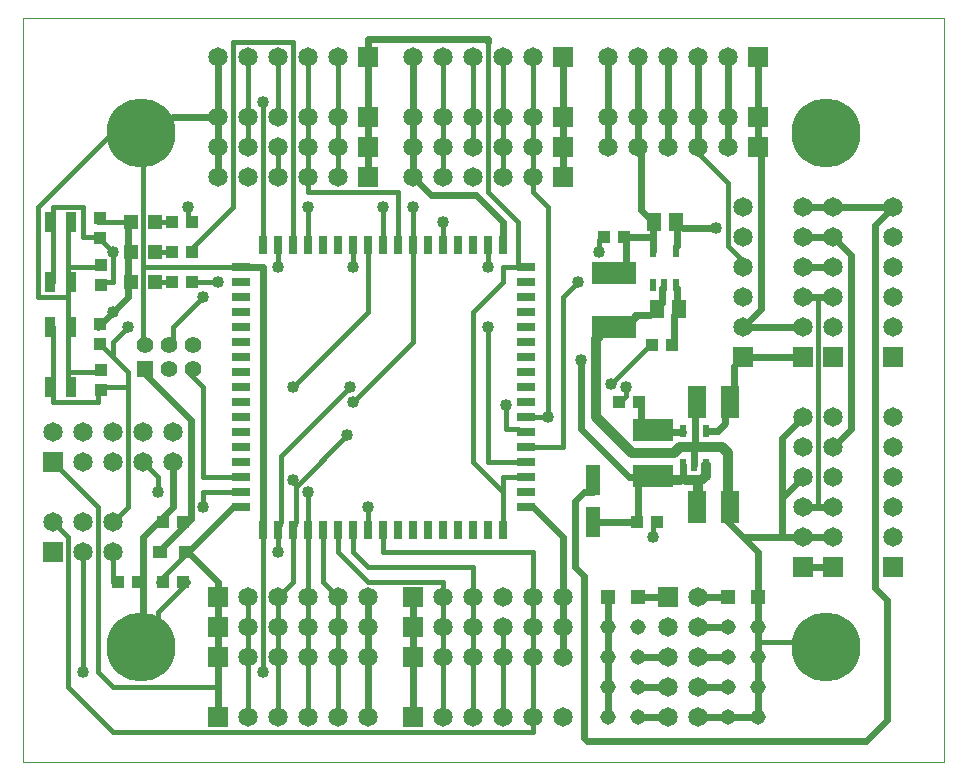
<source format=gtl>
G75*
G70*
%OFA0B0*%
%FSLAX24Y24*%
%IPPOS*%
%LPD*%
%AMOC8*
5,1,8,0,0,1.08239X$1,22.5*
%
%ADD10C,0.0000*%
%ADD11C,0.2300*%
%ADD12R,0.0600X0.0300*%
%ADD13R,0.0300X0.0600*%
%ADD14R,0.0394X0.0433*%
%ADD15R,0.0433X0.0394*%
%ADD16R,0.0472X0.0394*%
%ADD17R,0.0320X0.0660*%
%ADD18R,0.0500X0.1000*%
%ADD19R,0.1500X0.0760*%
%ADD20R,0.0630X0.1063*%
%ADD21R,0.1339X0.0748*%
%ADD22R,0.0650X0.0650*%
%ADD23C,0.0650*%
%ADD24R,0.0554X0.0554*%
%ADD25C,0.0554*%
%ADD26R,0.0472X0.0472*%
%ADD27R,0.0512X0.0591*%
%ADD28R,0.0200X0.0400*%
%ADD29R,0.0515X0.0515*%
%ADD30C,0.0515*%
%ADD31C,0.0240*%
%ADD32C,0.0160*%
%ADD33C,0.0400*%
%ADD34C,0.0320*%
D10*
X005866Y001899D02*
X005866Y026699D01*
X036566Y026699D01*
X036566Y001899D01*
X005866Y001899D01*
D11*
X009806Y005739D03*
X032636Y005739D03*
X032636Y022869D03*
X009806Y022869D03*
D12*
X013116Y018399D03*
X013116Y017899D03*
X013116Y017399D03*
X013116Y016899D03*
X013116Y016399D03*
X013116Y015899D03*
X013116Y015399D03*
X013116Y014899D03*
X013116Y014399D03*
X013116Y013899D03*
X013116Y013399D03*
X013116Y012899D03*
X013116Y012399D03*
X013116Y011899D03*
X013116Y011399D03*
X013116Y010899D03*
X013116Y010399D03*
X022616Y010399D03*
X022616Y010899D03*
X022616Y011399D03*
X022616Y011899D03*
X022616Y012399D03*
X022616Y012899D03*
X022616Y013399D03*
X022616Y013899D03*
X022616Y014399D03*
X022616Y014899D03*
X022616Y015399D03*
X022616Y015899D03*
X022616Y016399D03*
X022616Y016899D03*
X022616Y017399D03*
X022616Y017899D03*
X022616Y018399D03*
D13*
X021866Y019149D03*
X021366Y019149D03*
X020866Y019149D03*
X020366Y019149D03*
X019866Y019149D03*
X019366Y019149D03*
X018866Y019149D03*
X018366Y019149D03*
X017866Y019149D03*
X017366Y019149D03*
X016866Y019149D03*
X016366Y019149D03*
X015866Y019149D03*
X015366Y019149D03*
X014866Y019149D03*
X014366Y019149D03*
X013866Y019149D03*
X013866Y009649D03*
X014366Y009649D03*
X014866Y009649D03*
X015366Y009649D03*
X015866Y009649D03*
X016366Y009649D03*
X016866Y009649D03*
X017366Y009649D03*
X017866Y009649D03*
X018366Y009649D03*
X018866Y009649D03*
X019366Y009649D03*
X019866Y009649D03*
X020366Y009649D03*
X020866Y009649D03*
X021366Y009649D03*
X021866Y009649D03*
D14*
X008476Y014324D03*
X008476Y014993D03*
X008416Y015844D03*
X008416Y016513D03*
X008456Y017804D03*
X008456Y018473D03*
X008446Y019384D03*
X008446Y020053D03*
D15*
X010831Y019899D03*
X011500Y019899D03*
X011500Y018899D03*
X010831Y018899D03*
X010831Y017899D03*
X011500Y017899D03*
X011200Y009899D03*
X010531Y009899D03*
X010531Y007899D03*
X011200Y007899D03*
X009700Y007899D03*
X009031Y007899D03*
X025231Y019399D03*
X025900Y019399D03*
X026831Y015799D03*
X027500Y015799D03*
X026400Y013899D03*
X025731Y013899D03*
X026331Y009899D03*
X027000Y009899D03*
D16*
X011299Y008899D03*
X010433Y008899D03*
D17*
X007466Y014399D03*
X006766Y014399D03*
X006766Y016399D03*
X007466Y016399D03*
X007466Y017899D03*
X006766Y017899D03*
X006766Y019899D03*
X007466Y019899D03*
D18*
X024866Y011299D03*
X024866Y009899D03*
D19*
X025566Y016399D03*
X025566Y018199D03*
D20*
X028315Y013899D03*
X029417Y013899D03*
X029417Y010399D03*
X028315Y010399D03*
D21*
X026866Y011431D03*
X026866Y012966D03*
D22*
X029866Y015399D03*
X031866Y015399D03*
X032866Y015399D03*
X034866Y015399D03*
X034866Y008399D03*
X032866Y008399D03*
X031866Y008399D03*
X027366Y007399D03*
X018866Y007399D03*
X018866Y006399D03*
X018866Y005399D03*
X018866Y003399D03*
X012366Y003399D03*
X012366Y005399D03*
X012366Y006399D03*
X012366Y007399D03*
X006866Y008899D03*
X006866Y011899D03*
X017366Y021399D03*
X017366Y022399D03*
X017366Y023399D03*
X017366Y025399D03*
X023866Y025399D03*
X023866Y023399D03*
X023866Y022399D03*
X023866Y021399D03*
X030366Y022399D03*
X030366Y023399D03*
X030366Y025399D03*
D23*
X029366Y025399D03*
X028366Y025399D03*
X027366Y025399D03*
X026366Y025399D03*
X025366Y025399D03*
X022866Y025399D03*
X021866Y025399D03*
X020866Y025399D03*
X019866Y025399D03*
X018866Y025399D03*
X016366Y025399D03*
X015366Y025399D03*
X014366Y025399D03*
X013366Y025399D03*
X012366Y025399D03*
X012366Y023399D03*
X013366Y023399D03*
X014366Y023399D03*
X015366Y023399D03*
X016366Y023399D03*
X016366Y022399D03*
X015366Y022399D03*
X014366Y022399D03*
X013366Y022399D03*
X012366Y022399D03*
X012366Y021399D03*
X013366Y021399D03*
X014366Y021399D03*
X015366Y021399D03*
X016366Y021399D03*
X018866Y021399D03*
X019866Y021399D03*
X020866Y021399D03*
X021866Y021399D03*
X022866Y021399D03*
X022866Y022399D03*
X022866Y023399D03*
X021866Y023399D03*
X020866Y023399D03*
X019866Y023399D03*
X018866Y023399D03*
X018866Y022399D03*
X019866Y022399D03*
X020866Y022399D03*
X021866Y022399D03*
X025366Y022399D03*
X025366Y023399D03*
X026366Y023399D03*
X027366Y023399D03*
X028366Y023399D03*
X029366Y023399D03*
X029366Y022399D03*
X028366Y022399D03*
X027366Y022399D03*
X026366Y022399D03*
X029866Y020399D03*
X029866Y019399D03*
X029866Y018399D03*
X029866Y017399D03*
X029866Y016399D03*
X031866Y016399D03*
X031866Y017399D03*
X032866Y017399D03*
X032866Y016399D03*
X034866Y016399D03*
X034866Y017399D03*
X034866Y018399D03*
X034866Y019399D03*
X034866Y020399D03*
X032866Y020399D03*
X031866Y020399D03*
X031866Y019399D03*
X032866Y019399D03*
X032866Y018399D03*
X031866Y018399D03*
X031866Y013399D03*
X032866Y013399D03*
X032866Y012399D03*
X031866Y012399D03*
X031866Y011399D03*
X032866Y011399D03*
X032866Y010399D03*
X031866Y010399D03*
X031866Y009399D03*
X032866Y009399D03*
X034866Y009399D03*
X034866Y010399D03*
X034866Y011399D03*
X034866Y012399D03*
X034866Y013399D03*
X028366Y007399D03*
X028366Y006399D03*
X027366Y006399D03*
X027366Y005399D03*
X028366Y005399D03*
X028366Y004399D03*
X027366Y004399D03*
X027366Y003399D03*
X028366Y003399D03*
X023866Y003399D03*
X022866Y003399D03*
X021866Y003399D03*
X020866Y003399D03*
X019866Y003399D03*
X017366Y003399D03*
X016366Y003399D03*
X015366Y003399D03*
X014366Y003399D03*
X013366Y003399D03*
X013366Y005399D03*
X014366Y005399D03*
X015366Y005399D03*
X016366Y005399D03*
X017366Y005399D03*
X017366Y006399D03*
X016366Y006399D03*
X016366Y007399D03*
X017366Y007399D03*
X015366Y007399D03*
X014366Y007399D03*
X013366Y007399D03*
X013366Y006399D03*
X014366Y006399D03*
X015366Y006399D03*
X019866Y006399D03*
X019866Y007399D03*
X020866Y007399D03*
X021866Y007399D03*
X022866Y007399D03*
X023866Y007399D03*
X023866Y006399D03*
X022866Y006399D03*
X021866Y006399D03*
X020866Y006399D03*
X020866Y005399D03*
X021866Y005399D03*
X022866Y005399D03*
X023866Y005399D03*
X019866Y005399D03*
X010866Y011899D03*
X009866Y011899D03*
X008866Y011899D03*
X007866Y011899D03*
X007866Y012899D03*
X006866Y012899D03*
X008866Y012899D03*
X009866Y012899D03*
X010866Y012899D03*
X008866Y009899D03*
X007866Y009899D03*
X006866Y009899D03*
X007866Y008899D03*
X008866Y008899D03*
D24*
X009948Y015015D03*
D25*
X010736Y015015D03*
X011523Y015015D03*
X011523Y015802D03*
X010736Y015802D03*
X009948Y015802D03*
D26*
X010279Y017899D03*
X009452Y017899D03*
X009452Y018899D03*
X010279Y018899D03*
X010279Y019899D03*
X009452Y019899D03*
D27*
X026892Y019899D03*
X027640Y019899D03*
X027740Y016999D03*
X026992Y016999D03*
D28*
X026866Y017799D03*
X027226Y017799D03*
X027616Y017799D03*
X027616Y018949D03*
X026866Y018949D03*
X027866Y012949D03*
X028616Y012949D03*
X028616Y011799D03*
X028236Y011799D03*
X027866Y011799D03*
D29*
X029366Y007399D03*
X030366Y007399D03*
X026366Y007399D03*
X025366Y007399D03*
D30*
X025366Y006399D03*
X026366Y006399D03*
X026366Y005399D03*
X025366Y005399D03*
X025366Y004399D03*
X026366Y004399D03*
X026366Y003399D03*
X025366Y003399D03*
X029366Y003399D03*
X030366Y003399D03*
X030366Y004399D03*
X030366Y005399D03*
X029366Y005399D03*
X029366Y004399D03*
X029366Y006399D03*
X030366Y006399D03*
D31*
X030366Y005899D01*
X030366Y005399D01*
X030366Y004399D01*
X030366Y003399D01*
X029366Y003399D01*
X028366Y003399D01*
X027366Y003399D02*
X026366Y003399D01*
X025366Y003399D02*
X025366Y004399D01*
X025366Y005399D01*
X025366Y006399D01*
X025366Y007399D01*
X026366Y007399D02*
X027366Y007399D01*
X028366Y007399D02*
X029366Y007399D01*
X030366Y007399D02*
X030366Y006399D01*
X030366Y007399D02*
X030366Y008899D01*
X029866Y009399D01*
X031166Y009399D01*
X031866Y009399D01*
X032866Y009399D01*
X032866Y008399D02*
X031866Y008399D01*
X031166Y009399D02*
X031166Y010699D01*
X031866Y011399D01*
X031166Y010699D02*
X031166Y012699D01*
X031866Y013399D01*
X032866Y012399D02*
X033466Y012999D01*
X033466Y018799D01*
X032866Y019399D01*
X031866Y019399D01*
X031866Y018399D02*
X032866Y018399D01*
X032866Y017399D02*
X032366Y017399D01*
X031866Y017399D01*
X031866Y016399D02*
X029866Y016399D01*
X030466Y016999D01*
X030466Y022399D01*
X030366Y022399D01*
X030366Y023399D01*
X030366Y025399D01*
X029366Y025399D02*
X029366Y023399D01*
X029366Y022399D01*
X028366Y022399D02*
X028366Y023399D01*
X028366Y025399D01*
X027366Y025399D02*
X027366Y023399D01*
X027366Y022399D01*
X026466Y022099D02*
X026366Y022399D01*
X026366Y023399D01*
X026366Y025399D01*
X025366Y025399D02*
X025366Y023399D01*
X025366Y022399D01*
X026466Y022099D02*
X026466Y020299D01*
X026666Y020099D01*
X026866Y019699D02*
X026866Y019399D01*
X025900Y019399D01*
X025966Y019299D02*
X025966Y018499D01*
X026866Y018949D02*
X026866Y019399D01*
X027666Y019699D02*
X027666Y019099D01*
X027866Y019699D02*
X028966Y019699D01*
X027666Y017699D02*
X027666Y017199D01*
X027740Y016999D01*
X027566Y016799D01*
X027566Y015899D01*
X026766Y016799D02*
X026266Y016799D01*
X026266Y016699D01*
X025566Y016399D01*
X024466Y015299D02*
X024466Y012999D01*
X026066Y011399D01*
X026366Y011399D01*
X026366Y009899D01*
X026331Y009899D02*
X024866Y009899D01*
X024266Y010599D02*
X024266Y008399D01*
X024566Y008099D01*
X024566Y002699D01*
X024666Y002599D01*
X033966Y002599D01*
X034666Y003299D01*
X034666Y007299D01*
X034266Y007699D01*
X034266Y019799D01*
X034866Y020399D01*
X032866Y020399D01*
X031866Y020399D01*
X027166Y017699D02*
X027166Y017199D01*
X029566Y015099D02*
X029866Y015399D01*
X031866Y015399D01*
X029566Y015099D02*
X029566Y014399D01*
X029417Y013899D02*
X029366Y013899D01*
X029266Y013799D01*
X029266Y013199D01*
X029016Y012949D01*
X028616Y012949D01*
X028266Y013399D02*
X028266Y012399D01*
X028236Y012369D01*
X028236Y011799D01*
X027866Y011799D02*
X027866Y011399D01*
X027966Y011299D01*
X027866Y011399D02*
X027766Y011299D01*
X028366Y011299D02*
X028466Y011299D01*
X028366Y010399D02*
X028315Y010348D01*
X028315Y010399D01*
X028315Y010348D02*
X028266Y010299D01*
X029366Y009899D02*
X029866Y009399D01*
X031866Y010399D02*
X032366Y010399D01*
X032866Y010399D01*
X027866Y012899D02*
X027366Y012899D01*
X026466Y013299D02*
X026466Y013799D01*
X026866Y011431D02*
X026866Y011399D01*
X026966Y011299D01*
X024866Y010899D02*
X024566Y010899D01*
X024266Y010599D01*
X023866Y009399D02*
X022866Y010399D01*
X023866Y009399D02*
X023866Y007399D01*
X023866Y006399D01*
X023866Y005399D01*
X026366Y005399D02*
X027366Y005399D01*
X028366Y005399D02*
X029366Y005399D01*
X029366Y004399D02*
X028366Y004399D01*
X027366Y004399D02*
X026366Y004399D01*
X028366Y006399D02*
X029366Y006399D01*
X018866Y006399D02*
X018866Y005399D01*
X018866Y003399D01*
X017366Y003399D02*
X017366Y005399D01*
X017366Y006399D01*
X017366Y007399D01*
X018866Y007399D02*
X018866Y006399D01*
X013866Y009649D02*
X013866Y018399D01*
X013116Y018399D01*
X009366Y017899D02*
X009366Y018899D01*
X009366Y019899D01*
X009366Y017899D02*
X009366Y017399D01*
X008866Y016899D01*
X008366Y016399D01*
X009866Y014899D02*
X011466Y013299D01*
X011466Y009999D01*
X011366Y009899D01*
X011200Y009899D01*
X011366Y009899D02*
X010366Y008899D01*
X009866Y009399D02*
X009866Y007899D01*
X009866Y006399D01*
X009806Y005739D01*
X012366Y005399D02*
X012366Y004399D01*
X012366Y003399D01*
X012366Y005399D02*
X012366Y006399D01*
X012366Y007399D01*
X012366Y007899D01*
X011366Y008899D01*
X012866Y010399D01*
X010866Y010399D02*
X010866Y011899D01*
X010866Y010399D02*
X010366Y009899D01*
X009866Y009399D01*
X021866Y019149D02*
X021866Y019899D01*
X020966Y020799D01*
X019466Y020799D01*
X018866Y021399D01*
X018866Y022399D01*
X018866Y023399D01*
X018866Y025399D01*
X017366Y025399D02*
X017366Y025999D01*
X021366Y025999D01*
X021366Y025899D01*
X023866Y025399D02*
X023866Y023399D01*
X023866Y022399D01*
X023866Y021399D01*
X017366Y021399D02*
X017366Y022399D01*
X017366Y023399D01*
X017366Y025399D01*
X012366Y025399D02*
X012366Y023399D01*
X010866Y023399D01*
X009806Y022869D01*
X009866Y021899D01*
X012366Y022399D02*
X012366Y021399D01*
X012366Y022399D02*
X012366Y023399D01*
D32*
X013366Y023399D02*
X013366Y025399D01*
X012866Y025899D02*
X014866Y025899D01*
X014866Y019149D01*
X015366Y019149D02*
X015366Y020399D01*
X015366Y020899D02*
X015366Y021399D01*
X015366Y022399D01*
X015366Y023399D01*
X015366Y025399D01*
X014366Y025399D02*
X014366Y023399D01*
X013866Y023899D02*
X013866Y019149D01*
X014366Y019149D02*
X014366Y018399D01*
X013116Y018399D02*
X009866Y018399D01*
X009866Y021899D01*
X009806Y022869D02*
X008866Y022899D01*
X006366Y020399D01*
X006366Y017399D01*
X007366Y017399D01*
X007366Y016399D01*
X007466Y016399D01*
X007366Y016399D02*
X007366Y014899D01*
X007366Y014399D01*
X007466Y014399D01*
X006866Y014399D02*
X006766Y014399D01*
X006866Y014399D02*
X006866Y013899D01*
X008366Y013899D01*
X008366Y014399D01*
X008476Y014324D01*
X008366Y014399D02*
X009366Y014399D01*
X009366Y014899D01*
X008866Y015399D01*
X008866Y015899D01*
X009366Y016399D01*
X009866Y015899D02*
X009948Y015802D01*
X009866Y015899D02*
X009866Y018399D01*
X010279Y018899D02*
X010831Y018899D01*
X010866Y018899D01*
X011366Y018899D02*
X011500Y018899D01*
X011366Y018899D02*
X012866Y020399D01*
X012866Y025899D01*
X013366Y023399D02*
X013366Y022399D01*
X014366Y022399D02*
X014366Y021399D01*
X015366Y020899D02*
X018366Y020899D01*
X018366Y019149D01*
X018866Y019149D02*
X018866Y015899D01*
X016866Y013899D01*
X016766Y014399D02*
X014466Y012099D01*
X014466Y009899D01*
X014366Y009649D01*
X014366Y008899D01*
X014866Y009649D02*
X014966Y009899D01*
X014966Y011099D01*
X015016Y011149D01*
X014866Y011299D01*
X015016Y011149D02*
X016666Y012799D01*
X015366Y010899D02*
X015366Y009649D01*
X015366Y007399D01*
X015366Y006399D01*
X015366Y005399D01*
X015366Y003399D01*
X014366Y003399D02*
X014366Y005399D01*
X014366Y006399D01*
X014366Y007399D01*
X014866Y007899D01*
X014866Y009649D01*
X015866Y009649D02*
X015866Y007899D01*
X016366Y007399D01*
X016366Y006399D01*
X016366Y005399D01*
X016366Y003399D01*
X013866Y004899D02*
X013866Y009649D01*
X013116Y010399D02*
X012866Y010399D01*
X013116Y010899D02*
X011866Y010899D01*
X011866Y010399D01*
X011866Y011399D02*
X013116Y011399D01*
X011866Y011399D02*
X011866Y014399D01*
X011366Y014899D01*
X011523Y015015D01*
X010866Y015899D02*
X010736Y015802D01*
X010866Y015899D02*
X010866Y016399D01*
X011866Y017399D01*
X011500Y017899D02*
X011366Y017899D01*
X011500Y017899D02*
X012366Y017899D01*
X010866Y017899D02*
X010831Y017899D01*
X010279Y017899D01*
X009452Y017899D02*
X009366Y017899D01*
X008866Y017899D02*
X008866Y018899D01*
X008366Y019399D01*
X008446Y019384D01*
X008366Y019399D02*
X007866Y019399D01*
X007866Y020399D01*
X006866Y020399D01*
X006866Y019899D01*
X006766Y019899D01*
X006866Y019899D02*
X006866Y017899D01*
X006766Y017899D01*
X007366Y017899D02*
X007366Y017399D01*
X007366Y017899D02*
X007466Y017899D01*
X007366Y017899D02*
X007366Y018399D01*
X007366Y019899D01*
X007466Y019899D01*
X008366Y019899D02*
X008446Y020053D01*
X008366Y019899D02*
X009366Y019899D01*
X009452Y019899D01*
X010279Y019899D02*
X010831Y019899D01*
X010866Y019899D01*
X011366Y019899D02*
X011500Y019899D01*
X011366Y019899D02*
X011366Y020399D01*
X009452Y018899D02*
X009366Y018899D01*
X008456Y018473D02*
X008366Y018399D01*
X007366Y018399D01*
X008366Y017899D02*
X008456Y017804D01*
X008366Y017899D02*
X008866Y017899D01*
X008416Y016513D02*
X008366Y016399D01*
X008366Y015899D02*
X008416Y015844D01*
X008366Y015899D02*
X008866Y015399D01*
X008476Y014993D02*
X008366Y014899D01*
X007366Y014899D01*
X006866Y014399D02*
X006866Y016399D01*
X006766Y016399D01*
X009366Y014399D02*
X009366Y010399D01*
X008866Y009899D01*
X008366Y010399D02*
X008366Y004899D01*
X008866Y004399D01*
X012366Y004399D01*
X013366Y005399D02*
X013366Y006399D01*
X013366Y007399D01*
X011366Y007899D02*
X011200Y007899D01*
X011366Y007899D02*
X010366Y006899D01*
X010366Y006399D01*
X009806Y005739D01*
X007866Y004899D02*
X007866Y008899D01*
X007366Y009399D02*
X007366Y004399D01*
X008866Y002899D01*
X022866Y002899D01*
X022866Y003399D01*
X022866Y005399D01*
X022866Y006399D01*
X022866Y007399D01*
X022866Y008899D01*
X017866Y008899D01*
X017866Y009649D01*
X017366Y009649D02*
X017366Y010399D01*
X016866Y009649D02*
X016866Y008899D01*
X017366Y008399D01*
X020866Y008399D01*
X020866Y007399D01*
X020866Y006399D01*
X020866Y005399D01*
X020866Y003399D01*
X021866Y003399D02*
X021866Y005399D01*
X021866Y006399D01*
X019866Y006399D02*
X019866Y005399D01*
X019866Y003399D01*
X019866Y006399D02*
X019866Y007399D01*
X019866Y007899D01*
X017366Y007899D01*
X016366Y008899D01*
X016366Y009649D01*
X020866Y011899D02*
X021866Y010899D01*
X021866Y009649D01*
X022616Y010399D02*
X022866Y010399D01*
X022616Y011399D02*
X021866Y011399D01*
X021866Y010899D01*
X021366Y011899D02*
X022616Y011899D01*
X022616Y012399D02*
X023866Y012399D01*
X023866Y017399D01*
X024366Y017899D01*
X025566Y018199D02*
X025966Y018499D01*
X025966Y019299D02*
X025900Y019399D01*
X025231Y019399D02*
X025066Y019299D01*
X025066Y018899D01*
X026666Y020099D02*
X026892Y019899D01*
X026866Y019699D01*
X027640Y019899D02*
X027866Y019699D01*
X027666Y019699D02*
X027640Y019899D01*
X027666Y019099D02*
X027616Y018949D01*
X027616Y017799D02*
X027666Y017699D01*
X027226Y017799D02*
X027166Y017699D01*
X027166Y017199D02*
X026992Y016999D01*
X026766Y016799D01*
X026831Y015799D02*
X026666Y015699D01*
X025466Y014499D01*
X025966Y014399D02*
X025966Y014099D01*
X025866Y013999D01*
X025731Y013899D01*
X026400Y013899D02*
X026466Y013799D01*
X026466Y013299D02*
X026866Y012966D01*
X026866Y012899D01*
X026866Y012966D02*
X027366Y012899D01*
X027866Y012899D02*
X027866Y012949D01*
X028266Y013399D02*
X028315Y013899D01*
X029417Y013899D02*
X029566Y014399D01*
X027500Y015799D02*
X027566Y015899D01*
X025566Y016399D02*
X025066Y016099D01*
X022616Y018399D02*
X022366Y018399D01*
X022366Y019899D01*
X021366Y020899D01*
X021366Y025899D01*
X021866Y025399D02*
X021866Y023399D01*
X021866Y022399D01*
X021866Y021399D01*
X022866Y021399D02*
X022866Y020899D01*
X023366Y020399D01*
X023366Y013399D01*
X022616Y013399D01*
X022366Y012999D02*
X021966Y012999D01*
X021966Y013799D01*
X022366Y012999D02*
X022616Y012899D01*
X021366Y011899D02*
X021366Y016399D01*
X020866Y016899D02*
X020866Y011899D01*
X024866Y011299D02*
X024866Y010899D01*
X026366Y011399D02*
X026866Y011431D01*
X026866Y009899D02*
X027000Y009899D01*
X026866Y009899D02*
X026866Y009399D01*
X026366Y009899D02*
X026331Y009899D01*
X029366Y009899D02*
X029417Y010399D01*
X032366Y010399D02*
X032366Y017399D01*
X029866Y018399D02*
X029766Y018699D01*
X029366Y019099D01*
X029366Y021199D01*
X028466Y022099D01*
X028366Y022399D01*
X022866Y022399D02*
X022866Y021399D01*
X022866Y022399D02*
X022866Y023399D01*
X022866Y025399D01*
X020866Y025399D02*
X020866Y023399D01*
X020866Y022399D01*
X019866Y022399D02*
X019866Y023399D01*
X019866Y025399D01*
X016366Y025399D02*
X016366Y023399D01*
X016366Y022399D01*
X016366Y021399D01*
X017866Y020399D02*
X017866Y019149D01*
X017366Y019149D02*
X017366Y016899D01*
X014866Y014399D01*
X010366Y011399D02*
X010366Y010899D01*
X010366Y011399D02*
X009866Y011899D01*
X008366Y010399D02*
X006866Y011899D01*
X006866Y009899D02*
X007366Y009399D01*
X008866Y008899D02*
X008866Y007899D01*
X009031Y007899D01*
X009700Y007899D02*
X009866Y007899D01*
X010366Y007899D02*
X010531Y007899D01*
X010366Y007899D02*
X011366Y008899D01*
X011299Y008899D01*
X010433Y008899D02*
X010366Y008899D01*
X010366Y009899D02*
X010531Y009899D01*
X013366Y005399D02*
X013366Y003399D01*
X009866Y014899D02*
X009948Y015015D01*
X016866Y018399D02*
X016866Y019149D01*
X018866Y019149D02*
X018866Y020399D01*
X019866Y019899D02*
X019866Y019149D01*
X021366Y019149D02*
X021366Y018399D01*
X021866Y018399D02*
X021866Y017899D01*
X020866Y016899D01*
X021866Y018399D02*
X022366Y018399D01*
X019866Y021399D02*
X019866Y022399D01*
X030366Y005899D02*
X031866Y005899D01*
X032636Y005739D01*
D33*
X026866Y009399D03*
X023366Y013399D03*
X021966Y013799D03*
X024466Y015299D03*
X025466Y014499D03*
X025966Y014399D03*
X024366Y017899D03*
X025066Y018899D03*
X021366Y018399D03*
X019866Y019899D03*
X018866Y020399D03*
X017866Y020399D03*
X015366Y020399D03*
X014366Y018399D03*
X012366Y017899D03*
X011866Y017399D03*
X009366Y016399D03*
X008866Y016899D03*
X008866Y018899D03*
X011366Y020399D03*
X013866Y023899D03*
X016866Y018399D03*
X021366Y016399D03*
X016766Y014399D03*
X016866Y013899D03*
X016666Y012799D03*
X014866Y011299D03*
X015366Y010899D03*
X017366Y010399D03*
X014366Y008899D03*
X011866Y010399D03*
X010366Y010899D03*
X014866Y014399D03*
X013866Y004899D03*
X007866Y004899D03*
X028966Y019699D03*
D34*
X025066Y016099D02*
X024966Y015999D01*
X024966Y013399D01*
X026166Y012199D01*
X027566Y012199D01*
X027766Y012399D01*
X028266Y012399D01*
X029166Y012399D01*
X029366Y012199D01*
X029366Y010399D01*
X029417Y010399D01*
X028366Y010399D02*
X028366Y011299D01*
X027966Y011299D01*
X027766Y011299D02*
X026966Y011299D01*
X028466Y011299D02*
X028616Y011449D01*
X028616Y011799D01*
M02*

</source>
